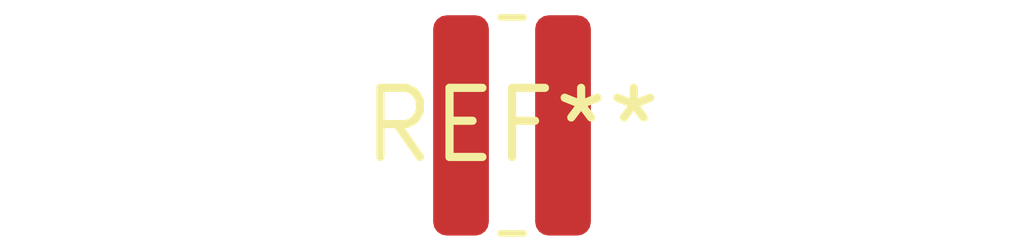
<source format=kicad_pcb>
(kicad_pcb (version 20240108) (generator pcbnew)
  (layers (0 "F.Cu" signal) (31 "B.Cu" signal) (34 "B.Paste" user) (35 "F.Paste" user) (36 "B.SilkS" user "B.Silkscreen") (37 "F.SilkS" user "F.Silkscreen") (38 "B.Mask" user) (39 "F.Mask" user) (44 "Edge.Cuts" user))
  (net 0 "")
  (footprint "R_0815_2038Metric" (layer "F.Cu") (at 0 0)
    (property "Reference" "REF**")
    (property "Value" "R_0815_2038Metric")
    (fp_line (start -0.210242 -1.985) (end 0.210242 -1.985) (layer "F.SilkS") (stroke (width 0.12)))
    (fp_line (start -0.210242 1.985) (end 0.210242 1.985) (layer "F.SilkS") (stroke (width 0.12)))
    (pad "1" smd roundrect (at -0.9375 0) (size 1.025 4.05) (layers "F.Cu" "F.Paste" "F.Mask") (roundrect_rratio 0.243902))
    (pad "2" smd roundrect (at 0.9375 0) (size 1.025 4.05) (layers "F.Cu" "F.Paste" "F.Mask") (roundrect_rratio 0.243902))
  )
)
</source>
